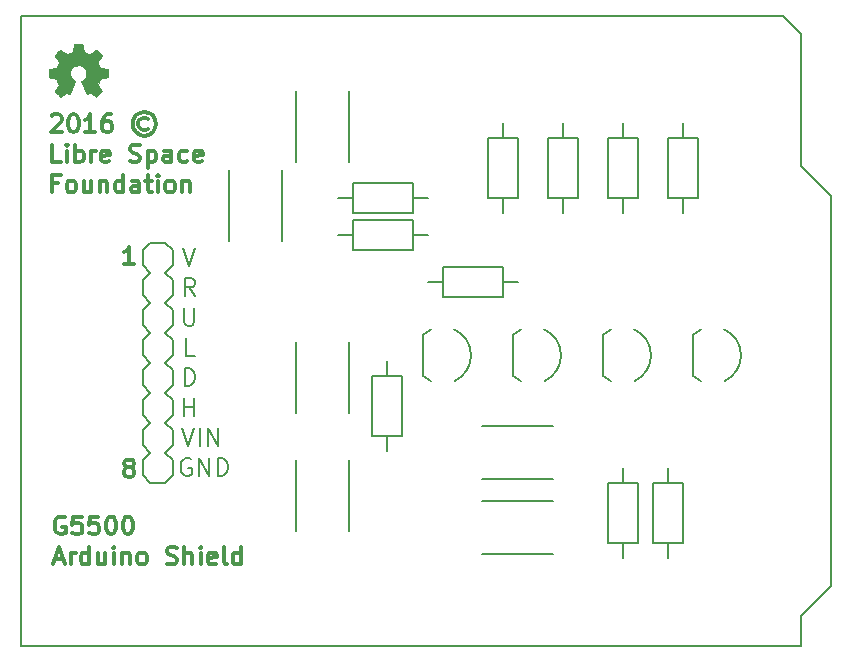
<source format=gto>
G04 #@! TF.FileFunction,Legend,Top*
%FSLAX46Y46*%
G04 Gerber Fmt 4.6, Leading zero omitted, Abs format (unit mm)*
G04 Created by KiCad (PCBNEW 4.0.6) date Thu May  4 10:17:07 2017*
%MOMM*%
%LPD*%
G01*
G04 APERTURE LIST*
%ADD10C,0.100000*%
%ADD11C,0.300000*%
%ADD12C,0.200000*%
%ADD13C,0.150000*%
%ADD14C,0.203200*%
%ADD15C,0.002540*%
G04 APERTURE END LIST*
D10*
D11*
X119919714Y-77543429D02*
X119991143Y-77472000D01*
X120134000Y-77400571D01*
X120491143Y-77400571D01*
X120634000Y-77472000D01*
X120705429Y-77543429D01*
X120776857Y-77686286D01*
X120776857Y-77829143D01*
X120705429Y-78043429D01*
X119848286Y-78900571D01*
X120776857Y-78900571D01*
X121705428Y-77400571D02*
X121848285Y-77400571D01*
X121991142Y-77472000D01*
X122062571Y-77543429D01*
X122134000Y-77686286D01*
X122205428Y-77972000D01*
X122205428Y-78329143D01*
X122134000Y-78614857D01*
X122062571Y-78757714D01*
X121991142Y-78829143D01*
X121848285Y-78900571D01*
X121705428Y-78900571D01*
X121562571Y-78829143D01*
X121491142Y-78757714D01*
X121419714Y-78614857D01*
X121348285Y-78329143D01*
X121348285Y-77972000D01*
X121419714Y-77686286D01*
X121491142Y-77543429D01*
X121562571Y-77472000D01*
X121705428Y-77400571D01*
X123633999Y-78900571D02*
X122776856Y-78900571D01*
X123205428Y-78900571D02*
X123205428Y-77400571D01*
X123062571Y-77614857D01*
X122919713Y-77757714D01*
X122776856Y-77829143D01*
X124919713Y-77400571D02*
X124633999Y-77400571D01*
X124491142Y-77472000D01*
X124419713Y-77543429D01*
X124276856Y-77757714D01*
X124205427Y-78043429D01*
X124205427Y-78614857D01*
X124276856Y-78757714D01*
X124348284Y-78829143D01*
X124491142Y-78900571D01*
X124776856Y-78900571D01*
X124919713Y-78829143D01*
X124991142Y-78757714D01*
X125062570Y-78614857D01*
X125062570Y-78257714D01*
X124991142Y-78114857D01*
X124919713Y-78043429D01*
X124776856Y-77972000D01*
X124491142Y-77972000D01*
X124348284Y-78043429D01*
X124276856Y-78114857D01*
X124205427Y-78257714D01*
X128062570Y-77757714D02*
X127919712Y-77686286D01*
X127633998Y-77686286D01*
X127491141Y-77757714D01*
X127348284Y-77900571D01*
X127276855Y-78043429D01*
X127276855Y-78329143D01*
X127348284Y-78472000D01*
X127491141Y-78614857D01*
X127633998Y-78686286D01*
X127919712Y-78686286D01*
X128062570Y-78614857D01*
X127776855Y-77186286D02*
X127419712Y-77257714D01*
X127062570Y-77472000D01*
X126848284Y-77829143D01*
X126776855Y-78186286D01*
X126848284Y-78543429D01*
X127062570Y-78900571D01*
X127419712Y-79114857D01*
X127776855Y-79186286D01*
X128133998Y-79114857D01*
X128491141Y-78900571D01*
X128705427Y-78543429D01*
X128776855Y-78186286D01*
X128705427Y-77829143D01*
X128491141Y-77472000D01*
X128133998Y-77257714D01*
X127776855Y-77186286D01*
X120705429Y-81450571D02*
X119991143Y-81450571D01*
X119991143Y-79950571D01*
X121205429Y-81450571D02*
X121205429Y-80450571D01*
X121205429Y-79950571D02*
X121134000Y-80022000D01*
X121205429Y-80093429D01*
X121276857Y-80022000D01*
X121205429Y-79950571D01*
X121205429Y-80093429D01*
X121919715Y-81450571D02*
X121919715Y-79950571D01*
X121919715Y-80522000D02*
X122062572Y-80450571D01*
X122348286Y-80450571D01*
X122491143Y-80522000D01*
X122562572Y-80593429D01*
X122634001Y-80736286D01*
X122634001Y-81164857D01*
X122562572Y-81307714D01*
X122491143Y-81379143D01*
X122348286Y-81450571D01*
X122062572Y-81450571D01*
X121919715Y-81379143D01*
X123276858Y-81450571D02*
X123276858Y-80450571D01*
X123276858Y-80736286D02*
X123348286Y-80593429D01*
X123419715Y-80522000D01*
X123562572Y-80450571D01*
X123705429Y-80450571D01*
X124776857Y-81379143D02*
X124634000Y-81450571D01*
X124348286Y-81450571D01*
X124205429Y-81379143D01*
X124134000Y-81236286D01*
X124134000Y-80664857D01*
X124205429Y-80522000D01*
X124348286Y-80450571D01*
X124634000Y-80450571D01*
X124776857Y-80522000D01*
X124848286Y-80664857D01*
X124848286Y-80807714D01*
X124134000Y-80950571D01*
X126562571Y-81379143D02*
X126776857Y-81450571D01*
X127134000Y-81450571D01*
X127276857Y-81379143D01*
X127348286Y-81307714D01*
X127419714Y-81164857D01*
X127419714Y-81022000D01*
X127348286Y-80879143D01*
X127276857Y-80807714D01*
X127134000Y-80736286D01*
X126848286Y-80664857D01*
X126705428Y-80593429D01*
X126634000Y-80522000D01*
X126562571Y-80379143D01*
X126562571Y-80236286D01*
X126634000Y-80093429D01*
X126705428Y-80022000D01*
X126848286Y-79950571D01*
X127205428Y-79950571D01*
X127419714Y-80022000D01*
X128062571Y-80450571D02*
X128062571Y-81950571D01*
X128062571Y-80522000D02*
X128205428Y-80450571D01*
X128491142Y-80450571D01*
X128633999Y-80522000D01*
X128705428Y-80593429D01*
X128776857Y-80736286D01*
X128776857Y-81164857D01*
X128705428Y-81307714D01*
X128633999Y-81379143D01*
X128491142Y-81450571D01*
X128205428Y-81450571D01*
X128062571Y-81379143D01*
X130062571Y-81450571D02*
X130062571Y-80664857D01*
X129991142Y-80522000D01*
X129848285Y-80450571D01*
X129562571Y-80450571D01*
X129419714Y-80522000D01*
X130062571Y-81379143D02*
X129919714Y-81450571D01*
X129562571Y-81450571D01*
X129419714Y-81379143D01*
X129348285Y-81236286D01*
X129348285Y-81093429D01*
X129419714Y-80950571D01*
X129562571Y-80879143D01*
X129919714Y-80879143D01*
X130062571Y-80807714D01*
X131419714Y-81379143D02*
X131276857Y-81450571D01*
X130991143Y-81450571D01*
X130848285Y-81379143D01*
X130776857Y-81307714D01*
X130705428Y-81164857D01*
X130705428Y-80736286D01*
X130776857Y-80593429D01*
X130848285Y-80522000D01*
X130991143Y-80450571D01*
X131276857Y-80450571D01*
X131419714Y-80522000D01*
X132633999Y-81379143D02*
X132491142Y-81450571D01*
X132205428Y-81450571D01*
X132062571Y-81379143D01*
X131991142Y-81236286D01*
X131991142Y-80664857D01*
X132062571Y-80522000D01*
X132205428Y-80450571D01*
X132491142Y-80450571D01*
X132633999Y-80522000D01*
X132705428Y-80664857D01*
X132705428Y-80807714D01*
X131991142Y-80950571D01*
X120491143Y-83214857D02*
X119991143Y-83214857D01*
X119991143Y-84000571D02*
X119991143Y-82500571D01*
X120705429Y-82500571D01*
X121491143Y-84000571D02*
X121348285Y-83929143D01*
X121276857Y-83857714D01*
X121205428Y-83714857D01*
X121205428Y-83286286D01*
X121276857Y-83143429D01*
X121348285Y-83072000D01*
X121491143Y-83000571D01*
X121705428Y-83000571D01*
X121848285Y-83072000D01*
X121919714Y-83143429D01*
X121991143Y-83286286D01*
X121991143Y-83714857D01*
X121919714Y-83857714D01*
X121848285Y-83929143D01*
X121705428Y-84000571D01*
X121491143Y-84000571D01*
X123276857Y-83000571D02*
X123276857Y-84000571D01*
X122634000Y-83000571D02*
X122634000Y-83786286D01*
X122705428Y-83929143D01*
X122848286Y-84000571D01*
X123062571Y-84000571D01*
X123205428Y-83929143D01*
X123276857Y-83857714D01*
X123991143Y-83000571D02*
X123991143Y-84000571D01*
X123991143Y-83143429D02*
X124062571Y-83072000D01*
X124205429Y-83000571D01*
X124419714Y-83000571D01*
X124562571Y-83072000D01*
X124634000Y-83214857D01*
X124634000Y-84000571D01*
X125991143Y-84000571D02*
X125991143Y-82500571D01*
X125991143Y-83929143D02*
X125848286Y-84000571D01*
X125562572Y-84000571D01*
X125419714Y-83929143D01*
X125348286Y-83857714D01*
X125276857Y-83714857D01*
X125276857Y-83286286D01*
X125348286Y-83143429D01*
X125419714Y-83072000D01*
X125562572Y-83000571D01*
X125848286Y-83000571D01*
X125991143Y-83072000D01*
X127348286Y-84000571D02*
X127348286Y-83214857D01*
X127276857Y-83072000D01*
X127134000Y-83000571D01*
X126848286Y-83000571D01*
X126705429Y-83072000D01*
X127348286Y-83929143D02*
X127205429Y-84000571D01*
X126848286Y-84000571D01*
X126705429Y-83929143D01*
X126634000Y-83786286D01*
X126634000Y-83643429D01*
X126705429Y-83500571D01*
X126848286Y-83429143D01*
X127205429Y-83429143D01*
X127348286Y-83357714D01*
X127848286Y-83000571D02*
X128419715Y-83000571D01*
X128062572Y-82500571D02*
X128062572Y-83786286D01*
X128134000Y-83929143D01*
X128276858Y-84000571D01*
X128419715Y-84000571D01*
X128919715Y-84000571D02*
X128919715Y-83000571D01*
X128919715Y-82500571D02*
X128848286Y-82572000D01*
X128919715Y-82643429D01*
X128991143Y-82572000D01*
X128919715Y-82500571D01*
X128919715Y-82643429D01*
X129848287Y-84000571D02*
X129705429Y-83929143D01*
X129634001Y-83857714D01*
X129562572Y-83714857D01*
X129562572Y-83286286D01*
X129634001Y-83143429D01*
X129705429Y-83072000D01*
X129848287Y-83000571D01*
X130062572Y-83000571D01*
X130205429Y-83072000D01*
X130276858Y-83143429D01*
X130348287Y-83286286D01*
X130348287Y-83714857D01*
X130276858Y-83857714D01*
X130205429Y-83929143D01*
X130062572Y-84000571D01*
X129848287Y-84000571D01*
X130991144Y-83000571D02*
X130991144Y-84000571D01*
X130991144Y-83143429D02*
X131062572Y-83072000D01*
X131205430Y-83000571D01*
X131419715Y-83000571D01*
X131562572Y-83072000D01*
X131634001Y-83214857D01*
X131634001Y-84000571D01*
X121030857Y-111513000D02*
X120888000Y-111441571D01*
X120673714Y-111441571D01*
X120459429Y-111513000D01*
X120316571Y-111655857D01*
X120245143Y-111798714D01*
X120173714Y-112084429D01*
X120173714Y-112298714D01*
X120245143Y-112584429D01*
X120316571Y-112727286D01*
X120459429Y-112870143D01*
X120673714Y-112941571D01*
X120816571Y-112941571D01*
X121030857Y-112870143D01*
X121102286Y-112798714D01*
X121102286Y-112298714D01*
X120816571Y-112298714D01*
X122459429Y-111441571D02*
X121745143Y-111441571D01*
X121673714Y-112155857D01*
X121745143Y-112084429D01*
X121888000Y-112013000D01*
X122245143Y-112013000D01*
X122388000Y-112084429D01*
X122459429Y-112155857D01*
X122530857Y-112298714D01*
X122530857Y-112655857D01*
X122459429Y-112798714D01*
X122388000Y-112870143D01*
X122245143Y-112941571D01*
X121888000Y-112941571D01*
X121745143Y-112870143D01*
X121673714Y-112798714D01*
X123888000Y-111441571D02*
X123173714Y-111441571D01*
X123102285Y-112155857D01*
X123173714Y-112084429D01*
X123316571Y-112013000D01*
X123673714Y-112013000D01*
X123816571Y-112084429D01*
X123888000Y-112155857D01*
X123959428Y-112298714D01*
X123959428Y-112655857D01*
X123888000Y-112798714D01*
X123816571Y-112870143D01*
X123673714Y-112941571D01*
X123316571Y-112941571D01*
X123173714Y-112870143D01*
X123102285Y-112798714D01*
X124887999Y-111441571D02*
X125030856Y-111441571D01*
X125173713Y-111513000D01*
X125245142Y-111584429D01*
X125316571Y-111727286D01*
X125387999Y-112013000D01*
X125387999Y-112370143D01*
X125316571Y-112655857D01*
X125245142Y-112798714D01*
X125173713Y-112870143D01*
X125030856Y-112941571D01*
X124887999Y-112941571D01*
X124745142Y-112870143D01*
X124673713Y-112798714D01*
X124602285Y-112655857D01*
X124530856Y-112370143D01*
X124530856Y-112013000D01*
X124602285Y-111727286D01*
X124673713Y-111584429D01*
X124745142Y-111513000D01*
X124887999Y-111441571D01*
X126316570Y-111441571D02*
X126459427Y-111441571D01*
X126602284Y-111513000D01*
X126673713Y-111584429D01*
X126745142Y-111727286D01*
X126816570Y-112013000D01*
X126816570Y-112370143D01*
X126745142Y-112655857D01*
X126673713Y-112798714D01*
X126602284Y-112870143D01*
X126459427Y-112941571D01*
X126316570Y-112941571D01*
X126173713Y-112870143D01*
X126102284Y-112798714D01*
X126030856Y-112655857D01*
X125959427Y-112370143D01*
X125959427Y-112013000D01*
X126030856Y-111727286D01*
X126102284Y-111584429D01*
X126173713Y-111513000D01*
X126316570Y-111441571D01*
X120173714Y-115063000D02*
X120888000Y-115063000D01*
X120030857Y-115491571D02*
X120530857Y-113991571D01*
X121030857Y-115491571D01*
X121530857Y-115491571D02*
X121530857Y-114491571D01*
X121530857Y-114777286D02*
X121602285Y-114634429D01*
X121673714Y-114563000D01*
X121816571Y-114491571D01*
X121959428Y-114491571D01*
X123102285Y-115491571D02*
X123102285Y-113991571D01*
X123102285Y-115420143D02*
X122959428Y-115491571D01*
X122673714Y-115491571D01*
X122530856Y-115420143D01*
X122459428Y-115348714D01*
X122387999Y-115205857D01*
X122387999Y-114777286D01*
X122459428Y-114634429D01*
X122530856Y-114563000D01*
X122673714Y-114491571D01*
X122959428Y-114491571D01*
X123102285Y-114563000D01*
X124459428Y-114491571D02*
X124459428Y-115491571D01*
X123816571Y-114491571D02*
X123816571Y-115277286D01*
X123887999Y-115420143D01*
X124030857Y-115491571D01*
X124245142Y-115491571D01*
X124387999Y-115420143D01*
X124459428Y-115348714D01*
X125173714Y-115491571D02*
X125173714Y-114491571D01*
X125173714Y-113991571D02*
X125102285Y-114063000D01*
X125173714Y-114134429D01*
X125245142Y-114063000D01*
X125173714Y-113991571D01*
X125173714Y-114134429D01*
X125888000Y-114491571D02*
X125888000Y-115491571D01*
X125888000Y-114634429D02*
X125959428Y-114563000D01*
X126102286Y-114491571D01*
X126316571Y-114491571D01*
X126459428Y-114563000D01*
X126530857Y-114705857D01*
X126530857Y-115491571D01*
X127459429Y-115491571D02*
X127316571Y-115420143D01*
X127245143Y-115348714D01*
X127173714Y-115205857D01*
X127173714Y-114777286D01*
X127245143Y-114634429D01*
X127316571Y-114563000D01*
X127459429Y-114491571D01*
X127673714Y-114491571D01*
X127816571Y-114563000D01*
X127888000Y-114634429D01*
X127959429Y-114777286D01*
X127959429Y-115205857D01*
X127888000Y-115348714D01*
X127816571Y-115420143D01*
X127673714Y-115491571D01*
X127459429Y-115491571D01*
X129673714Y-115420143D02*
X129888000Y-115491571D01*
X130245143Y-115491571D01*
X130388000Y-115420143D01*
X130459429Y-115348714D01*
X130530857Y-115205857D01*
X130530857Y-115063000D01*
X130459429Y-114920143D01*
X130388000Y-114848714D01*
X130245143Y-114777286D01*
X129959429Y-114705857D01*
X129816571Y-114634429D01*
X129745143Y-114563000D01*
X129673714Y-114420143D01*
X129673714Y-114277286D01*
X129745143Y-114134429D01*
X129816571Y-114063000D01*
X129959429Y-113991571D01*
X130316571Y-113991571D01*
X130530857Y-114063000D01*
X131173714Y-115491571D02*
X131173714Y-113991571D01*
X131816571Y-115491571D02*
X131816571Y-114705857D01*
X131745142Y-114563000D01*
X131602285Y-114491571D01*
X131388000Y-114491571D01*
X131245142Y-114563000D01*
X131173714Y-114634429D01*
X132530857Y-115491571D02*
X132530857Y-114491571D01*
X132530857Y-113991571D02*
X132459428Y-114063000D01*
X132530857Y-114134429D01*
X132602285Y-114063000D01*
X132530857Y-113991571D01*
X132530857Y-114134429D01*
X133816571Y-115420143D02*
X133673714Y-115491571D01*
X133388000Y-115491571D01*
X133245143Y-115420143D01*
X133173714Y-115277286D01*
X133173714Y-114705857D01*
X133245143Y-114563000D01*
X133388000Y-114491571D01*
X133673714Y-114491571D01*
X133816571Y-114563000D01*
X133888000Y-114705857D01*
X133888000Y-114848714D01*
X133173714Y-114991571D01*
X134745143Y-115491571D02*
X134602285Y-115420143D01*
X134530857Y-115277286D01*
X134530857Y-113991571D01*
X135959428Y-115491571D02*
X135959428Y-113991571D01*
X135959428Y-115420143D02*
X135816571Y-115491571D01*
X135530857Y-115491571D01*
X135387999Y-115420143D01*
X135316571Y-115348714D01*
X135245142Y-115205857D01*
X135245142Y-114777286D01*
X135316571Y-114634429D01*
X135387999Y-114563000D01*
X135530857Y-114491571D01*
X135816571Y-114491571D01*
X135959428Y-114563000D01*
D12*
X131699143Y-106565000D02*
X131556286Y-106493571D01*
X131342000Y-106493571D01*
X131127715Y-106565000D01*
X130984857Y-106707857D01*
X130913429Y-106850714D01*
X130842000Y-107136429D01*
X130842000Y-107350714D01*
X130913429Y-107636429D01*
X130984857Y-107779286D01*
X131127715Y-107922143D01*
X131342000Y-107993571D01*
X131484857Y-107993571D01*
X131699143Y-107922143D01*
X131770572Y-107850714D01*
X131770572Y-107350714D01*
X131484857Y-107350714D01*
X132413429Y-107993571D02*
X132413429Y-106493571D01*
X133270572Y-107993571D01*
X133270572Y-106493571D01*
X133984858Y-107993571D02*
X133984858Y-106493571D01*
X134342001Y-106493571D01*
X134556286Y-106565000D01*
X134699144Y-106707857D01*
X134770572Y-106850714D01*
X134842001Y-107136429D01*
X134842001Y-107350714D01*
X134770572Y-107636429D01*
X134699144Y-107779286D01*
X134556286Y-107922143D01*
X134342001Y-107993571D01*
X133984858Y-107993571D01*
X130945143Y-103953571D02*
X131445143Y-105453571D01*
X131945143Y-103953571D01*
X132445143Y-105453571D02*
X132445143Y-103953571D01*
X133159429Y-105453571D02*
X133159429Y-103953571D01*
X134016572Y-105453571D01*
X134016572Y-103953571D01*
X131143429Y-102913571D02*
X131143429Y-101413571D01*
X131143429Y-102127857D02*
X132000572Y-102127857D01*
X132000572Y-102913571D02*
X132000572Y-101413571D01*
X131179143Y-100373571D02*
X131179143Y-98873571D01*
X131536286Y-98873571D01*
X131750571Y-98945000D01*
X131893429Y-99087857D01*
X131964857Y-99230714D01*
X132036286Y-99516429D01*
X132036286Y-99730714D01*
X131964857Y-100016429D01*
X131893429Y-100159286D01*
X131750571Y-100302143D01*
X131536286Y-100373571D01*
X131179143Y-100373571D01*
X132036286Y-97833571D02*
X131322000Y-97833571D01*
X131322000Y-96333571D01*
X131143429Y-93793571D02*
X131143429Y-95007857D01*
X131214857Y-95150714D01*
X131286286Y-95222143D01*
X131429143Y-95293571D01*
X131714857Y-95293571D01*
X131857715Y-95222143D01*
X131929143Y-95150714D01*
X132000572Y-95007857D01*
X132000572Y-93793571D01*
X132036286Y-92753571D02*
X131536286Y-92039286D01*
X131179143Y-92753571D02*
X131179143Y-91253571D01*
X131750571Y-91253571D01*
X131893429Y-91325000D01*
X131964857Y-91396429D01*
X132036286Y-91539286D01*
X132036286Y-91753571D01*
X131964857Y-91896429D01*
X131893429Y-91967857D01*
X131750571Y-92039286D01*
X131179143Y-92039286D01*
X131072000Y-88713571D02*
X131572000Y-90213571D01*
X132072000Y-88713571D01*
D11*
X126349144Y-107263429D02*
X126206286Y-107192000D01*
X126134858Y-107120571D01*
X126063429Y-106977714D01*
X126063429Y-106906286D01*
X126134858Y-106763429D01*
X126206286Y-106692000D01*
X126349144Y-106620571D01*
X126634858Y-106620571D01*
X126777715Y-106692000D01*
X126849144Y-106763429D01*
X126920572Y-106906286D01*
X126920572Y-106977714D01*
X126849144Y-107120571D01*
X126777715Y-107192000D01*
X126634858Y-107263429D01*
X126349144Y-107263429D01*
X126206286Y-107334857D01*
X126134858Y-107406286D01*
X126063429Y-107549143D01*
X126063429Y-107834857D01*
X126134858Y-107977714D01*
X126206286Y-108049143D01*
X126349144Y-108120571D01*
X126634858Y-108120571D01*
X126777715Y-108049143D01*
X126849144Y-107977714D01*
X126920572Y-107834857D01*
X126920572Y-107549143D01*
X126849144Y-107406286D01*
X126777715Y-107334857D01*
X126634858Y-107263429D01*
X126920572Y-90086571D02*
X126063429Y-90086571D01*
X126492001Y-90086571D02*
X126492001Y-88586571D01*
X126349144Y-88800857D01*
X126206286Y-88943714D01*
X126063429Y-89015143D01*
D13*
X183388000Y-81788000D02*
X185928000Y-84328000D01*
X183388000Y-70612000D02*
X183388000Y-81788000D01*
X181864000Y-69088000D02*
X183388000Y-70612000D01*
X117348000Y-69088000D02*
X181864000Y-69088000D01*
X117348000Y-122428000D02*
X117348000Y-69088000D01*
X183388000Y-122428000D02*
X117348000Y-122428000D01*
X183388000Y-119888000D02*
X183388000Y-122428000D01*
X185928000Y-117348000D02*
X183388000Y-119888000D01*
X185928000Y-84328000D02*
X185928000Y-117348000D01*
X162345000Y-114645000D02*
X156345000Y-114645000D01*
X156345000Y-110145000D02*
X162345000Y-110145000D01*
X156345000Y-103795000D02*
X162345000Y-103795000D01*
X162345000Y-108295000D02*
X156345000Y-108295000D01*
X145125000Y-106688000D02*
X145125000Y-112688000D01*
X140625000Y-112688000D02*
X140625000Y-106688000D01*
X145125000Y-96655000D02*
X145125000Y-102655000D01*
X140625000Y-102655000D02*
X140625000Y-96655000D01*
X134910000Y-88130000D02*
X134910000Y-82130000D01*
X139410000Y-82130000D02*
X139410000Y-88130000D01*
X140625000Y-81399000D02*
X140625000Y-75399000D01*
X145125000Y-75399000D02*
X145125000Y-81399000D01*
X152038010Y-95602305D02*
G75*
G03X151335000Y-96090000I996990J-2187695D01*
G01*
X152038010Y-99977695D02*
G75*
G02X151335000Y-99490000I996990J2187695D01*
G01*
X151335000Y-96090000D02*
X151335000Y-99490000D01*
X154028127Y-95605121D02*
G75*
G02X155435000Y-97790000I-993127J-2184879D01*
G01*
X154028127Y-99974879D02*
G75*
G03X155435000Y-97790000I-993127J2184879D01*
G01*
X159658010Y-95602305D02*
G75*
G03X158955000Y-96090000I996990J-2187695D01*
G01*
X159658010Y-99977695D02*
G75*
G02X158955000Y-99490000I996990J2187695D01*
G01*
X158955000Y-96090000D02*
X158955000Y-99490000D01*
X161648127Y-95605121D02*
G75*
G02X163055000Y-97790000I-993127J-2184879D01*
G01*
X161648127Y-99974879D02*
G75*
G03X163055000Y-97790000I-993127J2184879D01*
G01*
X167278010Y-95602305D02*
G75*
G03X166575000Y-96090000I996990J-2187695D01*
G01*
X167278010Y-99977695D02*
G75*
G02X166575000Y-99490000I996990J2187695D01*
G01*
X166575000Y-96090000D02*
X166575000Y-99490000D01*
X169268127Y-95605121D02*
G75*
G02X170675000Y-97790000I-993127J-2184879D01*
G01*
X169268127Y-99974879D02*
G75*
G03X170675000Y-97790000I-993127J2184879D01*
G01*
X174898010Y-95602305D02*
G75*
G03X174195000Y-96090000I996990J-2187695D01*
G01*
X174898010Y-99977695D02*
G75*
G02X174195000Y-99490000I996990J2187695D01*
G01*
X174195000Y-96090000D02*
X174195000Y-99490000D01*
X176888127Y-95605121D02*
G75*
G02X178295000Y-97790000I-993127J-2184879D01*
G01*
X176888127Y-99974879D02*
G75*
G03X178295000Y-97790000I-993127J2184879D01*
G01*
X173355000Y-108585000D02*
X173355000Y-113665000D01*
X173355000Y-113665000D02*
X170815000Y-113665000D01*
X170815000Y-113665000D02*
X170815000Y-108585000D01*
X170815000Y-108585000D02*
X173355000Y-108585000D01*
X172085000Y-108585000D02*
X172085000Y-107315000D01*
X172085000Y-113665000D02*
X172085000Y-114935000D01*
X169545000Y-108585000D02*
X169545000Y-113665000D01*
X169545000Y-113665000D02*
X167005000Y-113665000D01*
X167005000Y-113665000D02*
X167005000Y-108585000D01*
X167005000Y-108585000D02*
X169545000Y-108585000D01*
X168275000Y-108585000D02*
X168275000Y-107315000D01*
X168275000Y-113665000D02*
X168275000Y-114935000D01*
X156845000Y-84455000D02*
X156845000Y-79375000D01*
X156845000Y-79375000D02*
X159385000Y-79375000D01*
X159385000Y-79375000D02*
X159385000Y-84455000D01*
X159385000Y-84455000D02*
X156845000Y-84455000D01*
X158115000Y-84455000D02*
X158115000Y-85725000D01*
X158115000Y-79375000D02*
X158115000Y-78105000D01*
X161925000Y-84455000D02*
X161925000Y-79375000D01*
X161925000Y-79375000D02*
X164465000Y-79375000D01*
X164465000Y-79375000D02*
X164465000Y-84455000D01*
X164465000Y-84455000D02*
X161925000Y-84455000D01*
X163195000Y-84455000D02*
X163195000Y-85725000D01*
X163195000Y-79375000D02*
X163195000Y-78105000D01*
X167005000Y-84455000D02*
X167005000Y-79375000D01*
X167005000Y-79375000D02*
X169545000Y-79375000D01*
X169545000Y-79375000D02*
X169545000Y-84455000D01*
X169545000Y-84455000D02*
X167005000Y-84455000D01*
X168275000Y-84455000D02*
X168275000Y-85725000D01*
X168275000Y-79375000D02*
X168275000Y-78105000D01*
X172085000Y-84455000D02*
X172085000Y-79375000D01*
X172085000Y-79375000D02*
X174625000Y-79375000D01*
X174625000Y-79375000D02*
X174625000Y-84455000D01*
X174625000Y-84455000D02*
X172085000Y-84455000D01*
X173355000Y-84455000D02*
X173355000Y-85725000D01*
X173355000Y-79375000D02*
X173355000Y-78105000D01*
X147066000Y-104648000D02*
X147066000Y-99568000D01*
X147066000Y-99568000D02*
X149606000Y-99568000D01*
X149606000Y-99568000D02*
X149606000Y-104648000D01*
X149606000Y-104648000D02*
X147066000Y-104648000D01*
X148336000Y-104648000D02*
X148336000Y-105918000D01*
X148336000Y-99568000D02*
X148336000Y-98298000D01*
X153035000Y-90297000D02*
X158115000Y-90297000D01*
X158115000Y-90297000D02*
X158115000Y-92837000D01*
X158115000Y-92837000D02*
X153035000Y-92837000D01*
X153035000Y-92837000D02*
X153035000Y-90297000D01*
X153035000Y-91567000D02*
X151765000Y-91567000D01*
X158115000Y-91567000D02*
X159385000Y-91567000D01*
X145415000Y-86360000D02*
X150495000Y-86360000D01*
X150495000Y-86360000D02*
X150495000Y-88900000D01*
X150495000Y-88900000D02*
X145415000Y-88900000D01*
X145415000Y-88900000D02*
X145415000Y-86360000D01*
X145415000Y-87630000D02*
X144145000Y-87630000D01*
X150495000Y-87630000D02*
X151765000Y-87630000D01*
X145415000Y-83185000D02*
X150495000Y-83185000D01*
X150495000Y-83185000D02*
X150495000Y-85725000D01*
X150495000Y-85725000D02*
X145415000Y-85725000D01*
X145415000Y-85725000D02*
X145415000Y-83185000D01*
X145415000Y-84455000D02*
X144145000Y-84455000D01*
X150495000Y-84455000D02*
X151765000Y-84455000D01*
D14*
X130175000Y-104140000D02*
X130175000Y-105410000D01*
X130175000Y-105410000D02*
X129540000Y-106045000D01*
X128270000Y-106045000D02*
X127635000Y-105410000D01*
X129540000Y-100965000D02*
X130175000Y-101600000D01*
X130175000Y-101600000D02*
X130175000Y-102870000D01*
X130175000Y-102870000D02*
X129540000Y-103505000D01*
X128270000Y-103505000D02*
X127635000Y-102870000D01*
X127635000Y-102870000D02*
X127635000Y-101600000D01*
X127635000Y-101600000D02*
X128270000Y-100965000D01*
X130175000Y-104140000D02*
X129540000Y-103505000D01*
X128270000Y-103505000D02*
X127635000Y-104140000D01*
X127635000Y-105410000D02*
X127635000Y-104140000D01*
X130175000Y-96520000D02*
X130175000Y-97790000D01*
X130175000Y-97790000D02*
X129540000Y-98425000D01*
X128270000Y-98425000D02*
X127635000Y-97790000D01*
X129540000Y-98425000D02*
X130175000Y-99060000D01*
X130175000Y-99060000D02*
X130175000Y-100330000D01*
X130175000Y-100330000D02*
X129540000Y-100965000D01*
X128270000Y-100965000D02*
X127635000Y-100330000D01*
X127635000Y-100330000D02*
X127635000Y-99060000D01*
X127635000Y-99060000D02*
X128270000Y-98425000D01*
X129540000Y-93345000D02*
X130175000Y-93980000D01*
X130175000Y-93980000D02*
X130175000Y-95250000D01*
X130175000Y-95250000D02*
X129540000Y-95885000D01*
X128270000Y-95885000D02*
X127635000Y-95250000D01*
X127635000Y-95250000D02*
X127635000Y-93980000D01*
X127635000Y-93980000D02*
X128270000Y-93345000D01*
X130175000Y-96520000D02*
X129540000Y-95885000D01*
X128270000Y-95885000D02*
X127635000Y-96520000D01*
X127635000Y-97790000D02*
X127635000Y-96520000D01*
X130175000Y-88900000D02*
X130175000Y-90170000D01*
X130175000Y-90170000D02*
X129540000Y-90805000D01*
X128270000Y-90805000D02*
X127635000Y-90170000D01*
X129540000Y-90805000D02*
X130175000Y-91440000D01*
X130175000Y-91440000D02*
X130175000Y-92710000D01*
X130175000Y-92710000D02*
X129540000Y-93345000D01*
X128270000Y-93345000D02*
X127635000Y-92710000D01*
X127635000Y-92710000D02*
X127635000Y-91440000D01*
X127635000Y-91440000D02*
X128270000Y-90805000D01*
X129540000Y-88265000D02*
X128270000Y-88265000D01*
X130175000Y-88900000D02*
X129540000Y-88265000D01*
X128270000Y-88265000D02*
X127635000Y-88900000D01*
X127635000Y-90170000D02*
X127635000Y-88900000D01*
X130175000Y-106680000D02*
X130175000Y-107950000D01*
X130175000Y-107950000D02*
X129540000Y-108585000D01*
X129540000Y-108585000D02*
X128270000Y-108585000D01*
X128270000Y-108585000D02*
X127635000Y-107950000D01*
X130175000Y-106680000D02*
X129540000Y-106045000D01*
X128270000Y-106045000D02*
X127635000Y-106680000D01*
X127635000Y-107950000D02*
X127635000Y-106680000D01*
D15*
G36*
X120660160Y-75905360D02*
X120685560Y-75890120D01*
X120743980Y-75854560D01*
X120827800Y-75798680D01*
X120926860Y-75732640D01*
X121025920Y-75666600D01*
X121107200Y-75613260D01*
X121163080Y-75575160D01*
X121188480Y-75562460D01*
X121201180Y-75567540D01*
X121246900Y-75590400D01*
X121315480Y-75625960D01*
X121356120Y-75646280D01*
X121417080Y-75671680D01*
X121450100Y-75679300D01*
X121455180Y-75669140D01*
X121478040Y-75620880D01*
X121513600Y-75539600D01*
X121559320Y-75430380D01*
X121615200Y-75303380D01*
X121671080Y-75168760D01*
X121729500Y-75029060D01*
X121785380Y-74894440D01*
X121833640Y-74775060D01*
X121874280Y-74678540D01*
X121899680Y-74609960D01*
X121909840Y-74582020D01*
X121907300Y-74574400D01*
X121874280Y-74543920D01*
X121820940Y-74503280D01*
X121701560Y-74406760D01*
X121584720Y-74261980D01*
X121513600Y-74096880D01*
X121490740Y-73911460D01*
X121511060Y-73741280D01*
X121577100Y-73578720D01*
X121691400Y-73431400D01*
X121831100Y-73322180D01*
X121993660Y-73253600D01*
X122174000Y-73230740D01*
X122346720Y-73251060D01*
X122514360Y-73317100D01*
X122661680Y-73428860D01*
X122725180Y-73499980D01*
X122811540Y-73649840D01*
X122859800Y-73807320D01*
X122864880Y-73847960D01*
X122857260Y-74023220D01*
X122806460Y-74193400D01*
X122712480Y-74343260D01*
X122582940Y-74467720D01*
X122567700Y-74477880D01*
X122509280Y-74523600D01*
X122468640Y-74554080D01*
X122438160Y-74579480D01*
X122661680Y-75117960D01*
X122697240Y-75201780D01*
X122758200Y-75349100D01*
X122811540Y-75476100D01*
X122854720Y-75577700D01*
X122885200Y-75643740D01*
X122897900Y-75671680D01*
X122897900Y-75674220D01*
X122918220Y-75676760D01*
X122958860Y-75661520D01*
X123035060Y-75625960D01*
X123083320Y-75600560D01*
X123141740Y-75572620D01*
X123167140Y-75562460D01*
X123190000Y-75575160D01*
X123243340Y-75610720D01*
X123324620Y-75664060D01*
X123421140Y-75727560D01*
X123512580Y-75791060D01*
X123596400Y-75846940D01*
X123657360Y-75885040D01*
X123687840Y-75902820D01*
X123692920Y-75902820D01*
X123718320Y-75887580D01*
X123766580Y-75846940D01*
X123840240Y-75778360D01*
X123944380Y-75674220D01*
X123959620Y-75658980D01*
X124045980Y-75572620D01*
X124114560Y-75498960D01*
X124160280Y-75448160D01*
X124178060Y-75425300D01*
X124178060Y-75425300D01*
X124162820Y-75394820D01*
X124124720Y-75333860D01*
X124068840Y-75247500D01*
X124000260Y-75148440D01*
X123822460Y-74889360D01*
X123918980Y-74645520D01*
X123949460Y-74569320D01*
X123987560Y-74480420D01*
X124015500Y-74414380D01*
X124030740Y-74386440D01*
X124056140Y-74376280D01*
X124124720Y-74361040D01*
X124221240Y-74340720D01*
X124335540Y-74320400D01*
X124447300Y-74300080D01*
X124546360Y-74279760D01*
X124617480Y-74267060D01*
X124650500Y-74259440D01*
X124658120Y-74254360D01*
X124665740Y-74239120D01*
X124668280Y-74206100D01*
X124670820Y-74145140D01*
X124673360Y-74051160D01*
X124673360Y-73911460D01*
X124673360Y-73896220D01*
X124670820Y-73766680D01*
X124668280Y-73660000D01*
X124665740Y-73593960D01*
X124660660Y-73566020D01*
X124660660Y-73566020D01*
X124630180Y-73558400D01*
X124559060Y-73543160D01*
X124460000Y-73525380D01*
X124340620Y-73502520D01*
X124333000Y-73499980D01*
X124216160Y-73477120D01*
X124117100Y-73456800D01*
X124045980Y-73441560D01*
X124018040Y-73431400D01*
X124010420Y-73423780D01*
X123987560Y-73378060D01*
X123954540Y-73304400D01*
X123913900Y-73215500D01*
X123875800Y-73121520D01*
X123842780Y-73037700D01*
X123819920Y-72976740D01*
X123812300Y-72948800D01*
X123814840Y-72946260D01*
X123832620Y-72918320D01*
X123873260Y-72857360D01*
X123929140Y-72773540D01*
X123997720Y-72671940D01*
X124002800Y-72664320D01*
X124071380Y-72565260D01*
X124127260Y-72478900D01*
X124162820Y-72420480D01*
X124178060Y-72392540D01*
X124178060Y-72390000D01*
X124155200Y-72359520D01*
X124104400Y-72303640D01*
X124030740Y-72227440D01*
X123944380Y-72138540D01*
X123916440Y-72113140D01*
X123817380Y-72016620D01*
X123751340Y-71955660D01*
X123708160Y-71922640D01*
X123687840Y-71915020D01*
X123687840Y-71915020D01*
X123657360Y-71932800D01*
X123593860Y-71973440D01*
X123510040Y-72031860D01*
X123408440Y-72100440D01*
X123400820Y-72105520D01*
X123301760Y-72174100D01*
X123217940Y-72229980D01*
X123159520Y-72270620D01*
X123131580Y-72285860D01*
X123129040Y-72285860D01*
X123088400Y-72273160D01*
X123017280Y-72247760D01*
X122928380Y-72214740D01*
X122836940Y-72176640D01*
X122753120Y-72141080D01*
X122689620Y-72113140D01*
X122659140Y-72095360D01*
X122659140Y-72095360D01*
X122648980Y-72059800D01*
X122631200Y-71983600D01*
X122610880Y-71882000D01*
X122585480Y-71760080D01*
X122582940Y-71739760D01*
X122560080Y-71620380D01*
X122542300Y-71521320D01*
X122527060Y-71452740D01*
X122519440Y-71424800D01*
X122504200Y-71422260D01*
X122445780Y-71417180D01*
X122356880Y-71414640D01*
X122247660Y-71414640D01*
X122135900Y-71414640D01*
X122026680Y-71417180D01*
X121932700Y-71419720D01*
X121864120Y-71424800D01*
X121836180Y-71429880D01*
X121836180Y-71432420D01*
X121826020Y-71470520D01*
X121808240Y-71544180D01*
X121787920Y-71648320D01*
X121765060Y-71770240D01*
X121759980Y-71793100D01*
X121737120Y-71909940D01*
X121716800Y-72009000D01*
X121704100Y-72075040D01*
X121696480Y-72102980D01*
X121683780Y-72108060D01*
X121635520Y-72128380D01*
X121556780Y-72161400D01*
X121457720Y-72202040D01*
X121229120Y-72293480D01*
X120947180Y-72102980D01*
X120921780Y-72085200D01*
X120820180Y-72016620D01*
X120738900Y-71960740D01*
X120680480Y-71922640D01*
X120657620Y-71909940D01*
X120655080Y-71909940D01*
X120627140Y-71935340D01*
X120571260Y-71988680D01*
X120495060Y-72062340D01*
X120406160Y-72148700D01*
X120342660Y-72214740D01*
X120263920Y-72293480D01*
X120215660Y-72346820D01*
X120187720Y-72379840D01*
X120180100Y-72400160D01*
X120182640Y-72415400D01*
X120200420Y-72443340D01*
X120241060Y-72504300D01*
X120299480Y-72590660D01*
X120368060Y-72689720D01*
X120423940Y-72773540D01*
X120484900Y-72867520D01*
X120523000Y-72933560D01*
X120538240Y-72966580D01*
X120533160Y-72979280D01*
X120515380Y-73035160D01*
X120479820Y-73118980D01*
X120439180Y-73218040D01*
X120340120Y-73439020D01*
X120195340Y-73466960D01*
X120106440Y-73484740D01*
X119984520Y-73507600D01*
X119865140Y-73530460D01*
X119682260Y-73566020D01*
X119674640Y-74241660D01*
X119702580Y-74254360D01*
X119730520Y-74261980D01*
X119799100Y-74277220D01*
X119895620Y-74297540D01*
X120012460Y-74317860D01*
X120108980Y-74335640D01*
X120208040Y-74355960D01*
X120279160Y-74368660D01*
X120309640Y-74376280D01*
X120319800Y-74386440D01*
X120342660Y-74434700D01*
X120378220Y-74510900D01*
X120418860Y-74602340D01*
X120456960Y-74696320D01*
X120492520Y-74785220D01*
X120515380Y-74851260D01*
X120525540Y-74884280D01*
X120512840Y-74912220D01*
X120474740Y-74970640D01*
X120421400Y-75051920D01*
X120352820Y-75150980D01*
X120286780Y-75247500D01*
X120228360Y-75331320D01*
X120190260Y-75392280D01*
X120172480Y-75420220D01*
X120182640Y-75438000D01*
X120220740Y-75486260D01*
X120294400Y-75562460D01*
X120406160Y-75671680D01*
X120423940Y-75689460D01*
X120510300Y-75773280D01*
X120583960Y-75841860D01*
X120637300Y-75887580D01*
X120660160Y-75905360D01*
X120660160Y-75905360D01*
G37*
X120660160Y-75905360D02*
X120685560Y-75890120D01*
X120743980Y-75854560D01*
X120827800Y-75798680D01*
X120926860Y-75732640D01*
X121025920Y-75666600D01*
X121107200Y-75613260D01*
X121163080Y-75575160D01*
X121188480Y-75562460D01*
X121201180Y-75567540D01*
X121246900Y-75590400D01*
X121315480Y-75625960D01*
X121356120Y-75646280D01*
X121417080Y-75671680D01*
X121450100Y-75679300D01*
X121455180Y-75669140D01*
X121478040Y-75620880D01*
X121513600Y-75539600D01*
X121559320Y-75430380D01*
X121615200Y-75303380D01*
X121671080Y-75168760D01*
X121729500Y-75029060D01*
X121785380Y-74894440D01*
X121833640Y-74775060D01*
X121874280Y-74678540D01*
X121899680Y-74609960D01*
X121909840Y-74582020D01*
X121907300Y-74574400D01*
X121874280Y-74543920D01*
X121820940Y-74503280D01*
X121701560Y-74406760D01*
X121584720Y-74261980D01*
X121513600Y-74096880D01*
X121490740Y-73911460D01*
X121511060Y-73741280D01*
X121577100Y-73578720D01*
X121691400Y-73431400D01*
X121831100Y-73322180D01*
X121993660Y-73253600D01*
X122174000Y-73230740D01*
X122346720Y-73251060D01*
X122514360Y-73317100D01*
X122661680Y-73428860D01*
X122725180Y-73499980D01*
X122811540Y-73649840D01*
X122859800Y-73807320D01*
X122864880Y-73847960D01*
X122857260Y-74023220D01*
X122806460Y-74193400D01*
X122712480Y-74343260D01*
X122582940Y-74467720D01*
X122567700Y-74477880D01*
X122509280Y-74523600D01*
X122468640Y-74554080D01*
X122438160Y-74579480D01*
X122661680Y-75117960D01*
X122697240Y-75201780D01*
X122758200Y-75349100D01*
X122811540Y-75476100D01*
X122854720Y-75577700D01*
X122885200Y-75643740D01*
X122897900Y-75671680D01*
X122897900Y-75674220D01*
X122918220Y-75676760D01*
X122958860Y-75661520D01*
X123035060Y-75625960D01*
X123083320Y-75600560D01*
X123141740Y-75572620D01*
X123167140Y-75562460D01*
X123190000Y-75575160D01*
X123243340Y-75610720D01*
X123324620Y-75664060D01*
X123421140Y-75727560D01*
X123512580Y-75791060D01*
X123596400Y-75846940D01*
X123657360Y-75885040D01*
X123687840Y-75902820D01*
X123692920Y-75902820D01*
X123718320Y-75887580D01*
X123766580Y-75846940D01*
X123840240Y-75778360D01*
X123944380Y-75674220D01*
X123959620Y-75658980D01*
X124045980Y-75572620D01*
X124114560Y-75498960D01*
X124160280Y-75448160D01*
X124178060Y-75425300D01*
X124178060Y-75425300D01*
X124162820Y-75394820D01*
X124124720Y-75333860D01*
X124068840Y-75247500D01*
X124000260Y-75148440D01*
X123822460Y-74889360D01*
X123918980Y-74645520D01*
X123949460Y-74569320D01*
X123987560Y-74480420D01*
X124015500Y-74414380D01*
X124030740Y-74386440D01*
X124056140Y-74376280D01*
X124124720Y-74361040D01*
X124221240Y-74340720D01*
X124335540Y-74320400D01*
X124447300Y-74300080D01*
X124546360Y-74279760D01*
X124617480Y-74267060D01*
X124650500Y-74259440D01*
X124658120Y-74254360D01*
X124665740Y-74239120D01*
X124668280Y-74206100D01*
X124670820Y-74145140D01*
X124673360Y-74051160D01*
X124673360Y-73911460D01*
X124673360Y-73896220D01*
X124670820Y-73766680D01*
X124668280Y-73660000D01*
X124665740Y-73593960D01*
X124660660Y-73566020D01*
X124660660Y-73566020D01*
X124630180Y-73558400D01*
X124559060Y-73543160D01*
X124460000Y-73525380D01*
X124340620Y-73502520D01*
X124333000Y-73499980D01*
X124216160Y-73477120D01*
X124117100Y-73456800D01*
X124045980Y-73441560D01*
X124018040Y-73431400D01*
X124010420Y-73423780D01*
X123987560Y-73378060D01*
X123954540Y-73304400D01*
X123913900Y-73215500D01*
X123875800Y-73121520D01*
X123842780Y-73037700D01*
X123819920Y-72976740D01*
X123812300Y-72948800D01*
X123814840Y-72946260D01*
X123832620Y-72918320D01*
X123873260Y-72857360D01*
X123929140Y-72773540D01*
X123997720Y-72671940D01*
X124002800Y-72664320D01*
X124071380Y-72565260D01*
X124127260Y-72478900D01*
X124162820Y-72420480D01*
X124178060Y-72392540D01*
X124178060Y-72390000D01*
X124155200Y-72359520D01*
X124104400Y-72303640D01*
X124030740Y-72227440D01*
X123944380Y-72138540D01*
X123916440Y-72113140D01*
X123817380Y-72016620D01*
X123751340Y-71955660D01*
X123708160Y-71922640D01*
X123687840Y-71915020D01*
X123687840Y-71915020D01*
X123657360Y-71932800D01*
X123593860Y-71973440D01*
X123510040Y-72031860D01*
X123408440Y-72100440D01*
X123400820Y-72105520D01*
X123301760Y-72174100D01*
X123217940Y-72229980D01*
X123159520Y-72270620D01*
X123131580Y-72285860D01*
X123129040Y-72285860D01*
X123088400Y-72273160D01*
X123017280Y-72247760D01*
X122928380Y-72214740D01*
X122836940Y-72176640D01*
X122753120Y-72141080D01*
X122689620Y-72113140D01*
X122659140Y-72095360D01*
X122659140Y-72095360D01*
X122648980Y-72059800D01*
X122631200Y-71983600D01*
X122610880Y-71882000D01*
X122585480Y-71760080D01*
X122582940Y-71739760D01*
X122560080Y-71620380D01*
X122542300Y-71521320D01*
X122527060Y-71452740D01*
X122519440Y-71424800D01*
X122504200Y-71422260D01*
X122445780Y-71417180D01*
X122356880Y-71414640D01*
X122247660Y-71414640D01*
X122135900Y-71414640D01*
X122026680Y-71417180D01*
X121932700Y-71419720D01*
X121864120Y-71424800D01*
X121836180Y-71429880D01*
X121836180Y-71432420D01*
X121826020Y-71470520D01*
X121808240Y-71544180D01*
X121787920Y-71648320D01*
X121765060Y-71770240D01*
X121759980Y-71793100D01*
X121737120Y-71909940D01*
X121716800Y-72009000D01*
X121704100Y-72075040D01*
X121696480Y-72102980D01*
X121683780Y-72108060D01*
X121635520Y-72128380D01*
X121556780Y-72161400D01*
X121457720Y-72202040D01*
X121229120Y-72293480D01*
X120947180Y-72102980D01*
X120921780Y-72085200D01*
X120820180Y-72016620D01*
X120738900Y-71960740D01*
X120680480Y-71922640D01*
X120657620Y-71909940D01*
X120655080Y-71909940D01*
X120627140Y-71935340D01*
X120571260Y-71988680D01*
X120495060Y-72062340D01*
X120406160Y-72148700D01*
X120342660Y-72214740D01*
X120263920Y-72293480D01*
X120215660Y-72346820D01*
X120187720Y-72379840D01*
X120180100Y-72400160D01*
X120182640Y-72415400D01*
X120200420Y-72443340D01*
X120241060Y-72504300D01*
X120299480Y-72590660D01*
X120368060Y-72689720D01*
X120423940Y-72773540D01*
X120484900Y-72867520D01*
X120523000Y-72933560D01*
X120538240Y-72966580D01*
X120533160Y-72979280D01*
X120515380Y-73035160D01*
X120479820Y-73118980D01*
X120439180Y-73218040D01*
X120340120Y-73439020D01*
X120195340Y-73466960D01*
X120106440Y-73484740D01*
X119984520Y-73507600D01*
X119865140Y-73530460D01*
X119682260Y-73566020D01*
X119674640Y-74241660D01*
X119702580Y-74254360D01*
X119730520Y-74261980D01*
X119799100Y-74277220D01*
X119895620Y-74297540D01*
X120012460Y-74317860D01*
X120108980Y-74335640D01*
X120208040Y-74355960D01*
X120279160Y-74368660D01*
X120309640Y-74376280D01*
X120319800Y-74386440D01*
X120342660Y-74434700D01*
X120378220Y-74510900D01*
X120418860Y-74602340D01*
X120456960Y-74696320D01*
X120492520Y-74785220D01*
X120515380Y-74851260D01*
X120525540Y-74884280D01*
X120512840Y-74912220D01*
X120474740Y-74970640D01*
X120421400Y-75051920D01*
X120352820Y-75150980D01*
X120286780Y-75247500D01*
X120228360Y-75331320D01*
X120190260Y-75392280D01*
X120172480Y-75420220D01*
X120182640Y-75438000D01*
X120220740Y-75486260D01*
X120294400Y-75562460D01*
X120406160Y-75671680D01*
X120423940Y-75689460D01*
X120510300Y-75773280D01*
X120583960Y-75841860D01*
X120637300Y-75887580D01*
X120660160Y-75905360D01*
M02*

</source>
